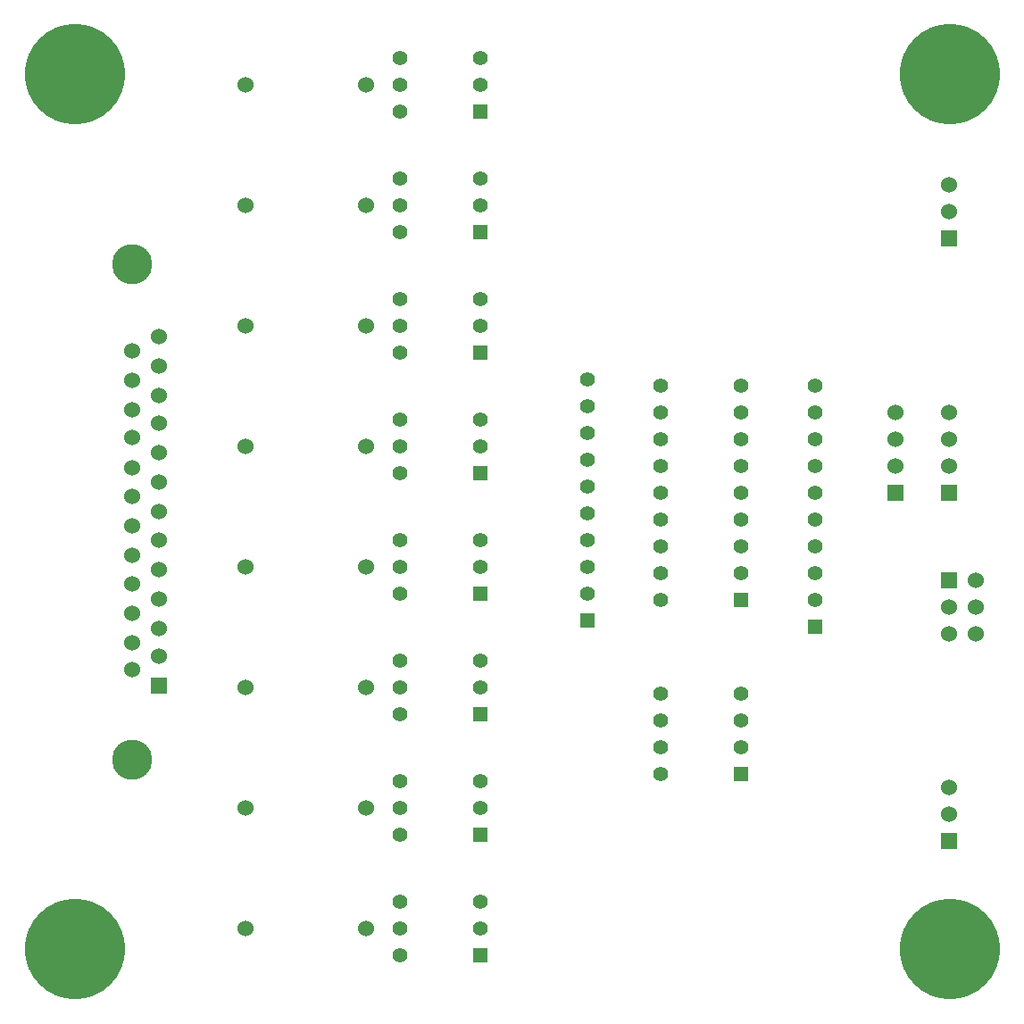
<source format=gbs>
G04 (created by PCBNEW (2013-04-19 BZR 4011)-stable) date 09/06/2014 16:54:21*
%MOIN*%
G04 Gerber Fmt 3.4, Leading zero omitted, Abs format*
%FSLAX34Y34*%
G01*
G70*
G90*
G04 APERTURE LIST*
%ADD10C,0*%
%ADD11C,0.06*%
%ADD12R,0.055X0.055*%
%ADD13C,0.055*%
%ADD14C,0.375*%
%ADD15R,0.06X0.06*%
%ADD16C,0.15*%
G04 APERTURE END LIST*
G54D10*
G54D11*
X13250Y-2750D03*
X8750Y-2750D03*
X13250Y-7250D03*
X8750Y-7250D03*
X13250Y-11750D03*
X8750Y-11750D03*
X13250Y-16250D03*
X8750Y-16250D03*
X13250Y-20750D03*
X8750Y-20750D03*
X13250Y-25250D03*
X8750Y-25250D03*
X13250Y-34250D03*
X8750Y-34250D03*
X13250Y-29750D03*
X8750Y-29750D03*
G54D12*
X17500Y-35250D03*
G54D13*
X17500Y-34250D03*
X17500Y-33250D03*
X14500Y-33250D03*
X14500Y-34250D03*
X14500Y-35250D03*
G54D12*
X17500Y-3750D03*
G54D13*
X17500Y-2750D03*
X17500Y-1750D03*
X14500Y-1750D03*
X14500Y-2750D03*
X14500Y-3750D03*
G54D12*
X17500Y-8250D03*
G54D13*
X17500Y-7250D03*
X17500Y-6250D03*
X14500Y-6250D03*
X14500Y-7250D03*
X14500Y-8250D03*
G54D12*
X17500Y-12750D03*
G54D13*
X17500Y-11750D03*
X17500Y-10750D03*
X14500Y-10750D03*
X14500Y-11750D03*
X14500Y-12750D03*
G54D12*
X17500Y-17250D03*
G54D13*
X17500Y-16250D03*
X17500Y-15250D03*
X14500Y-15250D03*
X14500Y-16250D03*
X14500Y-17250D03*
G54D12*
X17500Y-21750D03*
G54D13*
X17500Y-20750D03*
X17500Y-19750D03*
X14500Y-19750D03*
X14500Y-20750D03*
X14500Y-21750D03*
G54D12*
X17500Y-26250D03*
G54D13*
X17500Y-25250D03*
X17500Y-24250D03*
X14500Y-24250D03*
X14500Y-25250D03*
X14500Y-26250D03*
G54D12*
X17500Y-30750D03*
G54D13*
X17500Y-29750D03*
X17500Y-28750D03*
X14500Y-28750D03*
X14500Y-29750D03*
X14500Y-30750D03*
G54D14*
X2362Y-2362D03*
X35039Y-2362D03*
X2362Y-35039D03*
X35039Y-35039D03*
G54D15*
X35000Y-18000D03*
G54D11*
X35000Y-17000D03*
X35000Y-16000D03*
X35000Y-15000D03*
G54D15*
X35000Y-21250D03*
G54D11*
X36000Y-21250D03*
X35000Y-22250D03*
X36000Y-22250D03*
X35000Y-23250D03*
X36000Y-23250D03*
G54D12*
X27250Y-22000D03*
G54D13*
X27250Y-21000D03*
X27250Y-20000D03*
X27250Y-19000D03*
X27250Y-18000D03*
X27250Y-17000D03*
X27250Y-16000D03*
X27250Y-15000D03*
X27250Y-14000D03*
X24250Y-14000D03*
X24250Y-15000D03*
X24250Y-16000D03*
X24250Y-17000D03*
X24250Y-18000D03*
X24250Y-19000D03*
X24250Y-20000D03*
X24250Y-21000D03*
X24250Y-22000D03*
G54D16*
X4500Y-9450D03*
X4500Y-27950D03*
G54D15*
X5500Y-25200D03*
G54D11*
X5500Y-24100D03*
X5500Y-23050D03*
X5500Y-21950D03*
X5500Y-20850D03*
X5500Y-19750D03*
X5500Y-18700D03*
X5500Y-17600D03*
X5500Y-16500D03*
X5500Y-15400D03*
X5500Y-14350D03*
X5500Y-13250D03*
X5500Y-12150D03*
X4500Y-24580D03*
X4500Y-23580D03*
X4500Y-22480D03*
X4500Y-21400D03*
X4500Y-20320D03*
X4500Y-19220D03*
X4500Y-18140D03*
X4500Y-17060D03*
X4500Y-15940D03*
X4500Y-14880D03*
X4500Y-13800D03*
X4500Y-12700D03*
G54D12*
X21500Y-22750D03*
G54D13*
X21500Y-21750D03*
X21500Y-20750D03*
X21500Y-19750D03*
X21500Y-18750D03*
X21500Y-17750D03*
X21500Y-16750D03*
X21500Y-15750D03*
X21500Y-14750D03*
X21500Y-13750D03*
G54D12*
X30000Y-23000D03*
G54D13*
X30000Y-22000D03*
X30000Y-21000D03*
X30000Y-20000D03*
X30000Y-19000D03*
X30000Y-18000D03*
X30000Y-17000D03*
X30000Y-16000D03*
X30000Y-15000D03*
X30000Y-14000D03*
G54D15*
X33000Y-18000D03*
G54D11*
X33000Y-17000D03*
X33000Y-16000D03*
X33000Y-15000D03*
G54D15*
X35000Y-8500D03*
G54D11*
X35000Y-7500D03*
X35000Y-6500D03*
G54D15*
X35000Y-31000D03*
G54D11*
X35000Y-30000D03*
X35000Y-29000D03*
G54D12*
X27250Y-28500D03*
G54D13*
X27250Y-27500D03*
X27250Y-26500D03*
X27250Y-25500D03*
X24250Y-25500D03*
X24250Y-26500D03*
X24250Y-27500D03*
X24250Y-28500D03*
M02*

</source>
